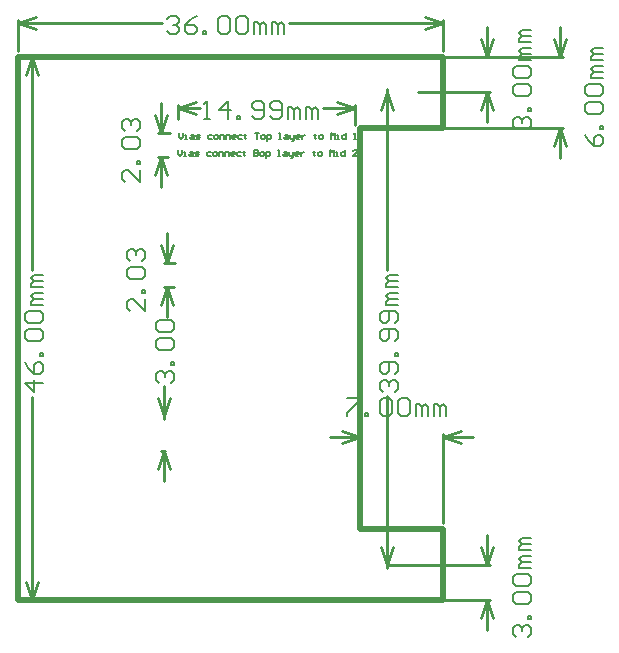
<source format=gm1>
G04 Layer_Color=16711935*
%FSLAX25Y25*%
%MOIN*%
G70*
G01*
G75*
%ADD11C,0.00500*%
%ADD24C,0.02000*%
%ADD28C,0.01000*%
%ADD35C,0.00600*%
D11*
X541816Y287809D02*
Y286476D01*
X542482Y285809D01*
X543149Y286476D01*
Y287809D01*
X543815Y285809D02*
X544482D01*
X544148D01*
Y287142D01*
X543815D01*
X545815D02*
X546481D01*
X546814Y286809D01*
Y285809D01*
X545815D01*
X545481Y286143D01*
X545815Y286476D01*
X546814D01*
X547481Y285809D02*
X548480D01*
X548813Y286143D01*
X548480Y286476D01*
X547814D01*
X547481Y286809D01*
X547814Y287142D01*
X548813D01*
X552812D02*
X551813D01*
X551479Y286809D01*
Y286143D01*
X551813Y285809D01*
X552812D01*
X553812D02*
X554478D01*
X554811Y286143D01*
Y286809D01*
X554478Y287142D01*
X553812D01*
X553479Y286809D01*
Y286143D01*
X553812Y285809D01*
X555478D02*
Y287142D01*
X556478D01*
X556811Y286809D01*
Y285809D01*
X557477D02*
Y287142D01*
X558477D01*
X558810Y286809D01*
Y285809D01*
X560476D02*
X559810D01*
X559477Y286143D01*
Y286809D01*
X559810Y287142D01*
X560476D01*
X560810Y286809D01*
Y286476D01*
X559477D01*
X562809Y287142D02*
X561809D01*
X561476Y286809D01*
Y286143D01*
X561809Y285809D01*
X562809D01*
X563809Y287476D02*
Y287142D01*
X563475D01*
X564142D01*
X563809D01*
Y286143D01*
X564142Y285809D01*
X567141Y287809D02*
X568474D01*
X567807D01*
Y285809D01*
X569473D02*
X570140D01*
X570473Y286143D01*
Y286809D01*
X570140Y287142D01*
X569473D01*
X569140Y286809D01*
Y286143D01*
X569473Y285809D01*
X571140Y285143D02*
Y287142D01*
X572139D01*
X572472Y286809D01*
Y286143D01*
X572139Y285809D01*
X571140D01*
X575138D02*
X575805D01*
X575471D01*
Y287809D01*
X575138D01*
X577138Y287142D02*
X577804D01*
X578137Y286809D01*
Y285809D01*
X577138D01*
X576804Y286143D01*
X577138Y286476D01*
X578137D01*
X578804Y287142D02*
Y286143D01*
X579137Y285809D01*
X580137D01*
Y285476D01*
X579803Y285143D01*
X579470D01*
X580137Y285809D02*
Y287142D01*
X581803Y285809D02*
X581136D01*
X580803Y286143D01*
Y286809D01*
X581136Y287142D01*
X581803D01*
X582136Y286809D01*
Y286476D01*
X580803D01*
X582802Y287142D02*
Y285809D01*
Y286476D01*
X583136Y286809D01*
X583469Y287142D01*
X583802D01*
X587134Y287476D02*
Y287142D01*
X586801D01*
X587468D01*
X587134D01*
Y286143D01*
X587468Y285809D01*
X588800D02*
X589467D01*
X589800Y286143D01*
Y286809D01*
X589467Y287142D01*
X588800D01*
X588467Y286809D01*
Y286143D01*
X588800Y285809D01*
X592466D02*
Y287809D01*
X593132Y287142D01*
X593799Y287809D01*
Y285809D01*
X594465D02*
X595132D01*
X594799D01*
Y287142D01*
X594465D01*
X597464Y287809D02*
Y285809D01*
X596465D01*
X596132Y286143D01*
Y286809D01*
X596465Y287142D01*
X597464D01*
X600130Y285809D02*
X600797D01*
X600463D01*
Y287809D01*
X600130Y287476D01*
X541516Y282209D02*
Y280876D01*
X542182Y280209D01*
X542849Y280876D01*
Y282209D01*
X543515Y280209D02*
X544181D01*
X543848D01*
Y281542D01*
X543515D01*
X545514D02*
X546181D01*
X546514Y281209D01*
Y280209D01*
X545514D01*
X545181Y280543D01*
X545514Y280876D01*
X546514D01*
X547181Y280209D02*
X548180D01*
X548514Y280543D01*
X548180Y280876D01*
X547514D01*
X547181Y281209D01*
X547514Y281542D01*
X548514D01*
X552512D02*
X551512D01*
X551179Y281209D01*
Y280543D01*
X551512Y280209D01*
X552512D01*
X553512D02*
X554178D01*
X554511Y280543D01*
Y281209D01*
X554178Y281542D01*
X553512D01*
X553179Y281209D01*
Y280543D01*
X553512Y280209D01*
X555178D02*
Y281542D01*
X556178D01*
X556511Y281209D01*
Y280209D01*
X557177D02*
Y281542D01*
X558177D01*
X558510Y281209D01*
Y280209D01*
X560176D02*
X559510D01*
X559177Y280543D01*
Y281209D01*
X559510Y281542D01*
X560176D01*
X560510Y281209D01*
Y280876D01*
X559177D01*
X562509Y281542D02*
X561509D01*
X561176Y281209D01*
Y280543D01*
X561509Y280209D01*
X562509D01*
X563509Y281876D02*
Y281542D01*
X563175D01*
X563842D01*
X563509D01*
Y280543D01*
X563842Y280209D01*
X566841Y282209D02*
Y280209D01*
X567840D01*
X568174Y280543D01*
Y280876D01*
X567840Y281209D01*
X566841D01*
X567840D01*
X568174Y281542D01*
Y281876D01*
X567840Y282209D01*
X566841D01*
X569173Y280209D02*
X569840D01*
X570173Y280543D01*
Y281209D01*
X569840Y281542D01*
X569173D01*
X568840Y281209D01*
Y280543D01*
X569173Y280209D01*
X570840Y279543D02*
Y281542D01*
X571839D01*
X572172Y281209D01*
Y280543D01*
X571839Y280209D01*
X570840D01*
X574838D02*
X575505D01*
X575172D01*
Y282209D01*
X574838D01*
X576838Y281542D02*
X577504D01*
X577837Y281209D01*
Y280209D01*
X576838D01*
X576504Y280543D01*
X576838Y280876D01*
X577837D01*
X578504Y281542D02*
Y280543D01*
X578837Y280209D01*
X579837D01*
Y279876D01*
X579503Y279543D01*
X579170D01*
X579837Y280209D02*
Y281542D01*
X581503Y280209D02*
X580836D01*
X580503Y280543D01*
Y281209D01*
X580836Y281542D01*
X581503D01*
X581836Y281209D01*
Y280876D01*
X580503D01*
X582502Y281542D02*
Y280209D01*
Y280876D01*
X582836Y281209D01*
X583169Y281542D01*
X583502D01*
X586834Y281876D02*
Y281542D01*
X586501D01*
X587168D01*
X586834D01*
Y280543D01*
X587168Y280209D01*
X588500D02*
X589167D01*
X589500Y280543D01*
Y281209D01*
X589167Y281542D01*
X588500D01*
X588167Y281209D01*
Y280543D01*
X588500Y280209D01*
X592166D02*
Y282209D01*
X592832Y281542D01*
X593499Y282209D01*
Y280209D01*
X594165D02*
X594832D01*
X594498D01*
Y281542D01*
X594165D01*
X597164Y282209D02*
Y280209D01*
X596165D01*
X595831Y280543D01*
Y281209D01*
X596165Y281542D01*
X597164D01*
X601163Y280209D02*
X599830D01*
X601163Y281542D01*
Y281876D01*
X600830Y282209D01*
X600163D01*
X599830Y281876D01*
D24*
X602343Y155868D02*
Y289685D01*
X488175Y132195D02*
X629921D01*
X488175D02*
Y313307D01*
X629921D01*
Y289685D02*
Y313307D01*
X602500Y289685D02*
X629921D01*
X602500Y155868D02*
X629921D01*
Y132246D02*
Y155868D01*
D28*
X536800Y192600D02*
Y194600D01*
X535800Y181800D02*
X537100D01*
X536800Y171800D02*
Y181800D01*
Y193600D02*
Y203600D01*
X534800Y175800D02*
X536800Y181800D01*
X538800Y175800D01*
X536800Y193600D02*
X538800Y199600D01*
X534800D02*
X536800Y193600D01*
X488175Y313307D02*
X494000D01*
X490175Y132195D02*
X494000D01*
X493000Y242245D02*
Y313307D01*
Y132195D02*
Y200058D01*
X491000Y307307D02*
X493000Y313307D01*
X495000Y307307D01*
X493000Y132195D02*
X495000Y138195D01*
X491000D02*
X493000Y132195D01*
X629921Y313307D02*
X645700D01*
X621636Y301496D02*
X645700D01*
X644700Y291496D02*
Y301496D01*
Y313307D02*
Y323307D01*
X642700Y295496D02*
X644700Y301496D01*
X646700Y295496D01*
X644700Y313307D02*
X646700Y319307D01*
X642700D02*
X644700Y313307D01*
X629921Y132246D02*
X645700D01*
X611236Y144057D02*
X645700D01*
X644700D02*
Y154057D01*
Y122246D02*
Y132246D01*
Y144057D02*
X646700Y150057D01*
X642700D02*
X644700Y144057D01*
X642700Y126246D02*
X644700Y132246D01*
X646700Y126246D01*
X630000Y289685D02*
X670000D01*
X631921Y313307D02*
X670000D01*
X669000D02*
Y323307D01*
Y279685D02*
Y289685D01*
Y313307D02*
X671000Y319307D01*
X667000D02*
X669000Y313307D01*
X667000Y283685D02*
X669000Y289685D01*
X671000Y283685D01*
X611236Y143057D02*
Y145057D01*
Y300496D02*
Y302496D01*
Y144057D02*
Y200083D01*
Y242270D02*
Y301496D01*
Y144057D02*
X613236Y150057D01*
X609236D02*
X611236Y144057D01*
X609236Y295496D02*
X611236Y301496D01*
X613236Y295496D01*
X629921Y157868D02*
Y187500D01*
X602343Y157868D02*
Y187500D01*
X592343Y186500D02*
X602343D01*
X629921D02*
X639921D01*
X596343Y188500D02*
X602343Y186500D01*
X596343Y184500D02*
X602343Y186500D01*
X629921D02*
X635921Y184500D01*
X629921Y186500D02*
X635921Y188500D01*
X629921Y315307D02*
Y325500D01*
X488175Y315307D02*
Y325500D01*
X578542Y324500D02*
X629921D01*
X488175D02*
X536354D01*
X623921Y326500D02*
X629921Y324500D01*
X623921Y322500D02*
X629921Y324500D01*
X488175D02*
X494175Y322500D01*
X488175Y324500D02*
X494175Y326500D01*
X600500Y290500D02*
Y297100D01*
X541500Y292500D02*
Y297100D01*
X589994Y296100D02*
X600500D01*
X541500D02*
X548806D01*
X594500Y298100D02*
X600500Y296100D01*
X594500Y294100D02*
X600500Y296100D01*
X541500D02*
X547500Y294100D01*
X541500Y296100D02*
X547500Y298100D01*
X535000Y287800D02*
X538900D01*
X535000Y279800D02*
X538400D01*
X536000Y269800D02*
Y279800D01*
Y287800D02*
Y297800D01*
X534000Y273800D02*
X536000Y279800D01*
X538000Y273800D01*
X536000Y287800D02*
X538000Y293800D01*
X534000D02*
X536000Y287800D01*
X536800Y244500D02*
X540700D01*
X536800Y236500D02*
X540200D01*
X537800Y226500D02*
Y236500D01*
Y244500D02*
Y254500D01*
X535800Y230500D02*
X537800Y236500D01*
X539800Y230500D01*
X537800Y244500D02*
X539800Y250500D01*
X535800D02*
X537800Y244500D01*
D35*
X535401Y204600D02*
X534401Y205600D01*
Y207599D01*
X535401Y208599D01*
X536400D01*
X537400Y207599D01*
Y206599D01*
Y207599D01*
X538400Y208599D01*
X539399D01*
X540399Y207599D01*
Y205600D01*
X539399Y204600D01*
X540399Y210598D02*
X539399D01*
Y211598D01*
X540399D01*
Y210598D01*
X535401Y215596D02*
X534401Y216596D01*
Y218596D01*
X535401Y219595D01*
X539399D01*
X540399Y218596D01*
Y216596D01*
X539399Y215596D01*
X535401D01*
Y221595D02*
X534401Y222594D01*
Y224593D01*
X535401Y225593D01*
X539399D01*
X540399Y224593D01*
Y222594D01*
X539399Y221595D01*
X535401D01*
X496599Y204657D02*
X490601D01*
X493600Y201658D01*
Y205656D01*
X490601Y211654D02*
X491601Y209655D01*
X493600Y207656D01*
X495599D01*
X496599Y208655D01*
Y210655D01*
X495599Y211654D01*
X494600D01*
X493600Y210655D01*
Y207656D01*
X496599Y213654D02*
X495599D01*
Y214653D01*
X496599D01*
Y213654D01*
X491601Y218652D02*
X490601Y219652D01*
Y221651D01*
X491601Y222651D01*
X495599D01*
X496599Y221651D01*
Y219652D01*
X495599Y218652D01*
X491601D01*
Y224650D02*
X490601Y225650D01*
Y227649D01*
X491601Y228649D01*
X495599D01*
X496599Y227649D01*
Y225650D01*
X495599Y224650D01*
X491601D01*
X496599Y230648D02*
X492600D01*
Y231648D01*
X493600Y232647D01*
X496599D01*
X493600D01*
X492600Y233647D01*
X493600Y234647D01*
X496599D01*
Y236646D02*
X492600D01*
Y237646D01*
X493600Y238646D01*
X496599D01*
X493600D01*
X492600Y239645D01*
X493600Y240645D01*
X496599D01*
X654098Y289307D02*
X653098Y290307D01*
Y292306D01*
X654098Y293306D01*
X655097D01*
X656097Y292306D01*
Y291306D01*
Y292306D01*
X657097Y293306D01*
X658096D01*
X659096Y292306D01*
Y290307D01*
X658096Y289307D01*
X659096Y295305D02*
X658096D01*
Y296305D01*
X659096D01*
Y295305D01*
X654098Y300303D02*
X653098Y301303D01*
Y303302D01*
X654098Y304302D01*
X658096D01*
X659096Y303302D01*
Y301303D01*
X658096Y300303D01*
X654098D01*
Y306301D02*
X653098Y307301D01*
Y309300D01*
X654098Y310300D01*
X658096D01*
X659096Y309300D01*
Y307301D01*
X658096Y306301D01*
X654098D01*
X659096Y312299D02*
X655097D01*
Y313299D01*
X656097Y314299D01*
X659096D01*
X656097D01*
X655097Y315299D01*
X656097Y316298D01*
X659096D01*
Y318298D02*
X655097D01*
Y319297D01*
X656097Y320297D01*
X659096D01*
X656097D01*
X655097Y321297D01*
X656097Y322296D01*
X659096D01*
X654098Y120056D02*
X653098Y121056D01*
Y123056D01*
X654098Y124055D01*
X655097D01*
X656097Y123056D01*
Y122056D01*
Y123056D01*
X657097Y124055D01*
X658096D01*
X659096Y123056D01*
Y121056D01*
X658096Y120056D01*
X659096Y126055D02*
X658096D01*
Y127054D01*
X659096D01*
Y126055D01*
X654098Y131053D02*
X653098Y132053D01*
Y134052D01*
X654098Y135052D01*
X658096D01*
X659096Y134052D01*
Y132053D01*
X658096Y131053D01*
X654098D01*
Y137051D02*
X653098Y138051D01*
Y140050D01*
X654098Y141050D01*
X658096D01*
X659096Y140050D01*
Y138051D01*
X658096Y137051D01*
X654098D01*
X659096Y143049D02*
X655097D01*
Y144049D01*
X656097Y145048D01*
X659096D01*
X656097D01*
X655097Y146048D01*
X656097Y147048D01*
X659096D01*
Y149047D02*
X655097D01*
Y150047D01*
X656097Y151047D01*
X659096D01*
X656097D01*
X655097Y152046D01*
X656097Y153046D01*
X659096D01*
X677398Y287400D02*
X678398Y285401D01*
X680397Y283401D01*
X682396D01*
X683396Y284401D01*
Y286400D01*
X682396Y287400D01*
X681397D01*
X680397Y286400D01*
Y283401D01*
X683396Y289400D02*
X682396D01*
Y290399D01*
X683396D01*
Y289400D01*
X678398Y294398D02*
X677398Y295397D01*
Y297397D01*
X678398Y298396D01*
X682396D01*
X683396Y297397D01*
Y295397D01*
X682396Y294398D01*
X678398D01*
Y300396D02*
X677398Y301396D01*
Y303395D01*
X678398Y304395D01*
X682396D01*
X683396Y303395D01*
Y301396D01*
X682396Y300396D01*
X678398D01*
X683396Y306394D02*
X679397D01*
Y307394D01*
X680397Y308393D01*
X683396D01*
X680397D01*
X679397Y309393D01*
X680397Y310393D01*
X683396D01*
Y312392D02*
X679397D01*
Y313392D01*
X680397Y314391D01*
X683396D01*
X680397D01*
X679397Y315391D01*
X680397Y316391D01*
X683396D01*
X609837Y201683D02*
X608837Y202682D01*
Y204682D01*
X609837Y205681D01*
X610837D01*
X611836Y204682D01*
Y203682D01*
Y204682D01*
X612836Y205681D01*
X613836D01*
X614835Y204682D01*
Y202682D01*
X613836Y201683D01*
Y207681D02*
X614835Y208680D01*
Y210680D01*
X613836Y211679D01*
X609837D01*
X608837Y210680D01*
Y208680D01*
X609837Y207681D01*
X610837D01*
X611836Y208680D01*
Y211679D01*
X614835Y213679D02*
X613836D01*
Y214679D01*
X614835D01*
Y213679D01*
X613836Y218677D02*
X614835Y219677D01*
Y221676D01*
X613836Y222676D01*
X609837D01*
X608837Y221676D01*
Y219677D01*
X609837Y218677D01*
X610837D01*
X611836Y219677D01*
Y222676D01*
X613836Y224675D02*
X614835Y225675D01*
Y227674D01*
X613836Y228674D01*
X609837D01*
X608837Y227674D01*
Y225675D01*
X609837Y224675D01*
X610837D01*
X611836Y225675D01*
Y228674D01*
X614835Y230673D02*
X610837D01*
Y231673D01*
X611836Y232673D01*
X614835D01*
X611836D01*
X610837Y233672D01*
X611836Y234672D01*
X614835D01*
Y236671D02*
X610837D01*
Y237671D01*
X611836Y238671D01*
X614835D01*
X611836D01*
X610837Y239670D01*
X611836Y240670D01*
X614835D01*
X598037Y199696D02*
X602036D01*
Y198696D01*
X598037Y194698D01*
Y193698D01*
X604035D02*
Y194698D01*
X605035D01*
Y193698D01*
X604035D01*
X609034Y198696D02*
X610033Y199696D01*
X612033D01*
X613032Y198696D01*
Y194698D01*
X612033Y193698D01*
X610033D01*
X609034Y194698D01*
Y198696D01*
X615032D02*
X616031Y199696D01*
X618031D01*
X619030Y198696D01*
Y194698D01*
X618031Y193698D01*
X616031D01*
X615032Y194698D01*
Y198696D01*
X621030Y193698D02*
Y197697D01*
X622029D01*
X623029Y196697D01*
Y193698D01*
Y196697D01*
X624029Y197697D01*
X625029Y196697D01*
Y193698D01*
X627028D02*
Y197697D01*
X628027D01*
X629027Y196697D01*
Y193698D01*
Y196697D01*
X630027Y197697D01*
X631027Y196697D01*
Y193698D01*
X537954Y325899D02*
X538954Y326899D01*
X540953D01*
X541953Y325899D01*
Y324900D01*
X540953Y323900D01*
X539954D01*
X540953D01*
X541953Y322900D01*
Y321901D01*
X540953Y320901D01*
X538954D01*
X537954Y321901D01*
X547951Y326899D02*
X545952Y325899D01*
X543952Y323900D01*
Y321901D01*
X544952Y320901D01*
X546951D01*
X547951Y321901D01*
Y322900D01*
X546951Y323900D01*
X543952D01*
X549951Y320901D02*
Y321901D01*
X550950D01*
Y320901D01*
X549951D01*
X554949Y325899D02*
X555948Y326899D01*
X557948D01*
X558948Y325899D01*
Y321901D01*
X557948Y320901D01*
X555948D01*
X554949Y321901D01*
Y325899D01*
X560947D02*
X561947Y326899D01*
X563946D01*
X564946Y325899D01*
Y321901D01*
X563946Y320901D01*
X561947D01*
X560947Y321901D01*
Y325899D01*
X566945Y320901D02*
Y324900D01*
X567945D01*
X568944Y323900D01*
Y320901D01*
Y323900D01*
X569944Y324900D01*
X570944Y323900D01*
Y320901D01*
X572943D02*
Y324900D01*
X573943D01*
X574942Y323900D01*
Y320901D01*
Y323900D01*
X575942Y324900D01*
X576942Y323900D01*
Y320901D01*
X550406Y292501D02*
X552406D01*
X551406D01*
Y298499D01*
X550406Y297499D01*
X558403Y292501D02*
Y298499D01*
X555405Y295500D01*
X559403D01*
X561403Y292501D02*
Y293501D01*
X562402D01*
Y292501D01*
X561403D01*
X566401Y293501D02*
X567401Y292501D01*
X569400D01*
X570400Y293501D01*
Y297499D01*
X569400Y298499D01*
X567401D01*
X566401Y297499D01*
Y296500D01*
X567401Y295500D01*
X570400D01*
X572399Y293501D02*
X573399Y292501D01*
X575398D01*
X576398Y293501D01*
Y297499D01*
X575398Y298499D01*
X573399D01*
X572399Y297499D01*
Y296500D01*
X573399Y295500D01*
X576398D01*
X578397Y292501D02*
Y296500D01*
X579397D01*
X580396Y295500D01*
Y292501D01*
Y295500D01*
X581396Y296500D01*
X582396Y295500D01*
Y292501D01*
X584395D02*
Y296500D01*
X585395D01*
X586395Y295500D01*
Y292501D01*
Y295500D01*
X587394Y296500D01*
X588394Y295500D01*
Y292501D01*
X528802Y275702D02*
Y271703D01*
X524803Y275702D01*
X523804D01*
X522804Y274702D01*
Y272703D01*
X523804Y271703D01*
X528802Y277701D02*
X527802D01*
Y278701D01*
X528802D01*
Y277701D01*
X523804Y282700D02*
X522804Y283699D01*
Y285699D01*
X523804Y286699D01*
X527802D01*
X528802Y285699D01*
Y283699D01*
X527802Y282700D01*
X523804D01*
Y288698D02*
X522804Y289698D01*
Y291697D01*
X523804Y292697D01*
X524803D01*
X525803Y291697D01*
Y290697D01*
Y291697D01*
X526803Y292697D01*
X527802D01*
X528802Y291697D01*
Y289698D01*
X527802Y288698D01*
X530602Y232402D02*
Y228403D01*
X526603Y232402D01*
X525604D01*
X524604Y231402D01*
Y229403D01*
X525604Y228403D01*
X530602Y234401D02*
X529602D01*
Y235401D01*
X530602D01*
Y234401D01*
X525604Y239400D02*
X524604Y240400D01*
Y242399D01*
X525604Y243398D01*
X529602D01*
X530602Y242399D01*
Y240400D01*
X529602Y239400D01*
X525604D01*
Y245398D02*
X524604Y246398D01*
Y248397D01*
X525604Y249397D01*
X526603D01*
X527603Y248397D01*
Y247397D01*
Y248397D01*
X528603Y249397D01*
X529602D01*
X530602Y248397D01*
Y246398D01*
X529602Y245398D01*
M02*

</source>
